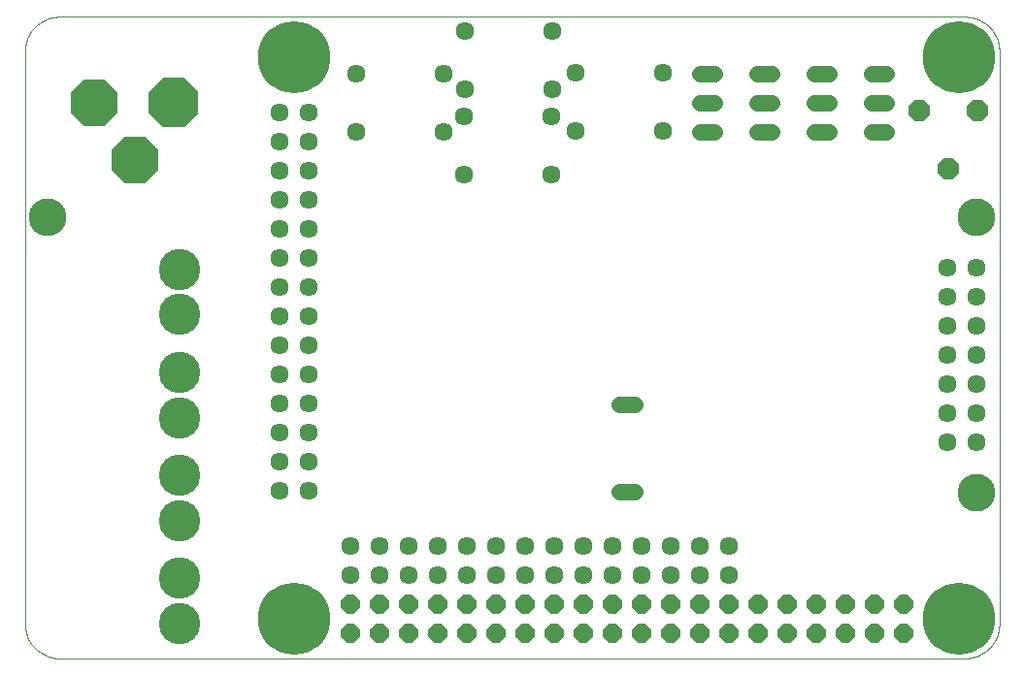
<source format=gbs>
G75*
%MOIN*%
%OFA0B0*%
%FSLAX24Y24*%
%IPPOS*%
%LPD*%
%AMOC8*
5,1,8,0,0,1.08239X$1,22.5*
%
%ADD10C,0.0039*%
%ADD11C,0.0634*%
%ADD12OC8,0.0749*%
%ADD13C,0.0555*%
%ADD14C,0.2481*%
%ADD15OC8,0.0640*%
%ADD16C,0.1418*%
%ADD17OC8,0.1700*%
%ADD18OC8,0.1615*%
%ADD19C,0.1300*%
D10*
X002290Y002124D02*
X033393Y002124D01*
X033459Y002126D01*
X033525Y002131D01*
X033591Y002141D01*
X033656Y002154D01*
X033720Y002170D01*
X033783Y002190D01*
X033845Y002214D01*
X033905Y002241D01*
X033964Y002271D01*
X034021Y002305D01*
X034076Y002342D01*
X034129Y002382D01*
X034180Y002424D01*
X034228Y002470D01*
X034274Y002518D01*
X034316Y002569D01*
X034356Y002622D01*
X034393Y002677D01*
X034427Y002734D01*
X034457Y002793D01*
X034484Y002853D01*
X034508Y002915D01*
X034528Y002978D01*
X034544Y003042D01*
X034557Y003107D01*
X034567Y003173D01*
X034572Y003239D01*
X034574Y003305D01*
X034574Y022990D01*
X034572Y023056D01*
X034567Y023122D01*
X034557Y023188D01*
X034544Y023253D01*
X034528Y023317D01*
X034508Y023380D01*
X034484Y023442D01*
X034457Y023502D01*
X034427Y023561D01*
X034393Y023618D01*
X034356Y023673D01*
X034316Y023726D01*
X034274Y023777D01*
X034228Y023825D01*
X034180Y023871D01*
X034129Y023913D01*
X034076Y023953D01*
X034021Y023990D01*
X033964Y024024D01*
X033905Y024054D01*
X033845Y024081D01*
X033783Y024105D01*
X033720Y024125D01*
X033656Y024141D01*
X033591Y024154D01*
X033525Y024164D01*
X033459Y024169D01*
X033393Y024171D01*
X002290Y024171D01*
X002224Y024169D01*
X002158Y024164D01*
X002092Y024154D01*
X002027Y024141D01*
X001963Y024125D01*
X001900Y024105D01*
X001838Y024081D01*
X001778Y024054D01*
X001719Y024024D01*
X001662Y023990D01*
X001607Y023953D01*
X001554Y023913D01*
X001503Y023871D01*
X001455Y023825D01*
X001409Y023777D01*
X001367Y023726D01*
X001327Y023673D01*
X001290Y023618D01*
X001256Y023561D01*
X001226Y023502D01*
X001199Y023442D01*
X001175Y023380D01*
X001155Y023317D01*
X001139Y023253D01*
X001126Y023188D01*
X001116Y023122D01*
X001111Y023056D01*
X001109Y022990D01*
X001109Y003305D01*
X001111Y003239D01*
X001116Y003173D01*
X001126Y003107D01*
X001139Y003042D01*
X001155Y002978D01*
X001175Y002915D01*
X001199Y002853D01*
X001226Y002793D01*
X001256Y002734D01*
X001290Y002677D01*
X001327Y002622D01*
X001367Y002569D01*
X001409Y002518D01*
X001455Y002470D01*
X001503Y002424D01*
X001554Y002382D01*
X001607Y002342D01*
X001662Y002305D01*
X001719Y002271D01*
X001778Y002241D01*
X001838Y002214D01*
X001900Y002190D01*
X001963Y002170D01*
X002027Y002154D01*
X002092Y002141D01*
X002158Y002131D01*
X002224Y002126D01*
X002290Y002124D01*
D11*
X009861Y007876D03*
X010861Y007876D03*
X010861Y008876D03*
X009861Y008876D03*
X009861Y009876D03*
X010861Y009876D03*
X010861Y010876D03*
X009861Y010876D03*
X009861Y011876D03*
X010861Y011876D03*
X010861Y012876D03*
X009861Y012876D03*
X009861Y013876D03*
X010861Y013876D03*
X010861Y014876D03*
X009861Y014876D03*
X009861Y015876D03*
X010861Y015876D03*
X010861Y016876D03*
X009861Y016876D03*
X009861Y017876D03*
X010861Y017876D03*
X010861Y018876D03*
X009861Y018876D03*
X009861Y019876D03*
X010861Y019876D03*
X010861Y020876D03*
X009861Y020876D03*
X012475Y020222D03*
X012475Y022222D03*
X015475Y022222D03*
X016204Y021671D03*
X016200Y020754D03*
X015475Y020222D03*
X016200Y018754D03*
X019200Y018754D03*
X020023Y020246D03*
X019200Y020754D03*
X019204Y021671D03*
X020023Y022246D03*
X019204Y023671D03*
X016204Y023671D03*
X023023Y022246D03*
X023023Y020246D03*
X032786Y015557D03*
X032786Y014557D03*
X033786Y014557D03*
X033786Y015557D03*
X033786Y013557D03*
X032786Y013557D03*
X032786Y012557D03*
X032786Y011557D03*
X033786Y011557D03*
X033786Y012557D03*
X033786Y010557D03*
X032786Y010557D03*
X032786Y009557D03*
X033786Y009557D03*
X025279Y006002D03*
X024279Y006002D03*
X024279Y005002D03*
X025279Y005002D03*
X023279Y005002D03*
X023279Y006002D03*
X022279Y006002D03*
X021279Y006002D03*
X021279Y005002D03*
X022279Y005002D03*
X020279Y005002D03*
X020279Y006002D03*
X019279Y006002D03*
X018279Y006002D03*
X018279Y005002D03*
X019279Y005002D03*
X017279Y005002D03*
X017279Y006002D03*
X016279Y006002D03*
X015279Y006002D03*
X015279Y005002D03*
X016279Y005002D03*
X014279Y005002D03*
X013279Y005002D03*
X013279Y006002D03*
X014279Y006002D03*
X012279Y006002D03*
X012279Y005002D03*
D12*
X032822Y018943D03*
X033822Y020943D03*
X031822Y020943D03*
D13*
X030697Y021218D02*
X030182Y021218D01*
X030182Y020218D02*
X030697Y020218D01*
X028729Y020218D02*
X028214Y020218D01*
X028214Y021218D02*
X028729Y021218D01*
X028729Y022218D02*
X028214Y022218D01*
X026760Y022218D02*
X026245Y022218D01*
X026245Y021218D02*
X026760Y021218D01*
X026760Y020218D02*
X026245Y020218D01*
X024792Y020218D02*
X024277Y020218D01*
X024277Y021218D02*
X024792Y021218D01*
X024792Y022218D02*
X024277Y022218D01*
X030182Y022218D02*
X030697Y022218D01*
X022036Y010852D02*
X021521Y010852D01*
X021521Y007852D02*
X022036Y007852D01*
D14*
X033196Y003502D03*
X010361Y003502D03*
X010361Y022793D03*
X033196Y022793D03*
D15*
X031279Y004002D03*
X030279Y004002D03*
X029279Y004002D03*
X028279Y004002D03*
X027279Y004002D03*
X026279Y004002D03*
X025279Y004002D03*
X024279Y004002D03*
X023279Y004002D03*
X022279Y004002D03*
X021279Y004002D03*
X020279Y004002D03*
X019279Y004002D03*
X018279Y004002D03*
X017279Y004002D03*
X016279Y004002D03*
X015279Y004002D03*
X014279Y004002D03*
X013279Y004002D03*
X012279Y004002D03*
X012279Y003002D03*
X013279Y003002D03*
X014279Y003002D03*
X015279Y003002D03*
X016279Y003002D03*
X017279Y003002D03*
X018279Y003002D03*
X019279Y003002D03*
X020279Y003002D03*
X021279Y003002D03*
X022279Y003002D03*
X023279Y003002D03*
X024279Y003002D03*
X025279Y003002D03*
X026279Y003002D03*
X027279Y003002D03*
X028279Y003002D03*
X029279Y003002D03*
X030279Y003002D03*
X031279Y003002D03*
D16*
X006424Y003313D03*
X006424Y004872D03*
X006424Y006856D03*
X006424Y008415D03*
X006424Y010400D03*
X006424Y011959D03*
X006424Y013943D03*
X006424Y015502D03*
D17*
X006227Y021218D03*
D18*
X004869Y019250D03*
X003471Y021218D03*
D19*
X001897Y017281D03*
X033786Y017281D03*
X033786Y007833D03*
M02*

</source>
